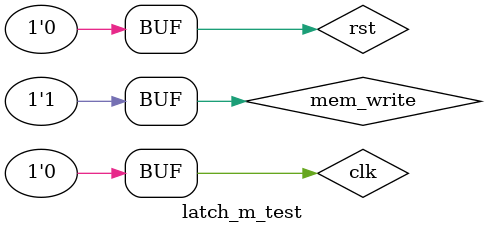
<source format=v>
`timescale 1ns / 1ps


module latch_m_test;

	// Inputs
	reg clk;
	reg rst;
	reg mem_write;

	// Outputs
	wire mem_write_reg;

	// Instantiate the Unit Under Test (UUT)
	latch_m uut (
		.clk(clk), 
		.rst(rst), 
		.mem_write(mem_write), 
		.mem_write_reg(mem_write_reg)
	);

	initial begin
		// Initialize Inputs
		clk = 0;
		rst = 1;
		mem_write = 0;

		// Wait 100 ns for global reset to finish
		#100;
		
		rst = 0;
		
		#100;
		mem_write = 1;
		clk = 1;
		#100;
		clk = 0;
        
		// Add stimulus here

	end
      
endmodule


</source>
